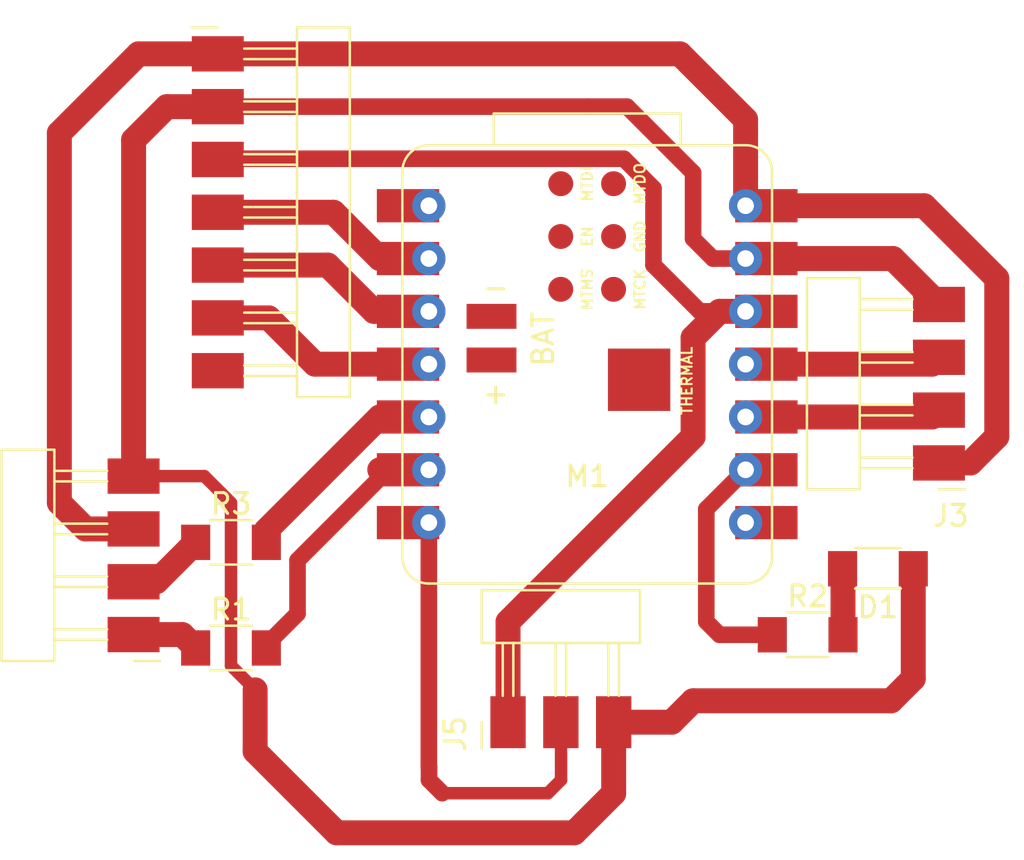
<source format=kicad_pcb>
(kicad_pcb (version 20240108) (generator "pcbnew") (generator_version "8.0")
  (layers (0 "F.Cu" signal) (31 "B.Cu" signal) (34 "B.Paste" user) (35 "F.Paste" user) (36 "B.SilkS" user "B.Silkscreen") (37 "F.SilkS" user "F.Silkscreen") (38 "B.Mask" user) (39 "F.Mask" user) (44 "Edge.Cuts" user))
  (net 0 "")
  (net 1 "Net-(D1-A)")
  (net 2 "PWR_GND")
  (net 3 "SCL")
  (net 4 "5V")
  (net 5 "SDA")
  (net 6 "D8")
  (net 7 "D2")
  (net 8 "D0")
  (net 9 "D9")
  (net 10 "D1")
  (net 11 "D3")
  (net 14 "D10")
  (net 15 "3.3V")
  (net 21 "Net-(J2-Pin_1)")
  (net 23 "SENAL")
  (net 26 "Net-(J1-Pin_1)")
  (net 27 "Net-(J1-Pin_2)")
  (footprint "fab:SeeedStudio_XIAO_ESP32C3" (layer "F.Cu") (at 144.765 87.315)
    (property "Reference" "M1" (at 0 5.39 0) (layer "F.SilkS"))
    (property "Value" "Module_XIAO-ESP32C3")
    (fp_line (start -8.8875 9.281) (end -8.8875 -9.261) (stroke (width 0.12)) (layer "F.SilkS"))
    (fp_line (start -7.6175 -10.531) (end 7.6225 -10.531) (stroke (width 0.12)) (layer "F.SilkS"))
    (fp_line (start 7.6225 10.551) (end -7.6175 10.551) (stroke (width 0.12)) (layer "F.SilkS"))
    (fp_line (start 8.8925 -9.261) (end 8.8925 9.281) (stroke (width 0.12)) (layer "F.SilkS"))
    (fp_rect (start -4.4975 -10.531) (end 4.5025 -12.055) (stroke (width 0.12)) (fill none) (layer "F.SilkS"))
    (fp_arc (start -8.8875 -9.261) (mid -8.515526 -10.159026) (end -7.6175 -10.531) (stroke (width 0.12)) (layer "F.SilkS"))
    (fp_arc (start -7.6175 10.551) (mid -8.515526 10.179026) (end -8.8875 9.281) (stroke (width 0.12)) (layer "F.SilkS"))
    (fp_arc (start 7.6225 -10.531) (mid 8.520526 -10.159026) (end 8.8925 -9.261) (stroke (width 0.12)) (layer "F.SilkS"))
    (fp_arc (start 8.8925 9.281) (mid 8.520526 10.179026) (end 7.6225 10.551) (stroke (width 0.12)) (layer "F.SilkS"))
    (fp_text user "-" (at -4.4 -3.7 0) (layer "F.SilkS"))
    (fp_text user "MTMS" (at 0 -3.6 90) (layer "F.SilkS") (effects (font (size 0.5 0.5) (thickness 0.1) (bold yes))))
    (fp_text user "MTCK" (at 2.54 -3.6 90) (layer "F.SilkS") (effects (font (size 0.5 0.5) (thickness 0.1) (bold yes))))
    (fp_text user "THERMAL" (at 4.8 0.8 90) (layer "F.SilkS") (effects (font (size 0.5 0.5) (thickness 0.1) (bold yes))))
    (fp_text user "BAT" (at -2.7 -1.2 90) (layer "F.SilkS") (effects (justify top)))
    (fp_text user "GND" (at 2.54 -6.14 90) (layer "F.SilkS") (effects (font (size 0.5 0.5) (thickness 0.1) (bold yes))))
    (fp_text user "MTDI" (at 0 -8.68 90) (layer "F.SilkS") (effects (font (size 0.5 0.5) (thickness 0.1) (bold yes))))
    (fp_text user "MTDO" (at 2.54 -8.68 90) (layer "F.SilkS") (effects (font (size 0.5 0.5) (thickness 0.1) (bold yes))))
    (fp_text user "+" (at -4.4 1.4 0) (layer "F.SilkS"))
    (fp_text user "EN" (at 0 -6.14 90) (layer "F.SilkS") (effects (font (size 0.5 0.5) (thickness 0.1) (bold yes))))
    (pad "1" thru_hole circle (at -7.615 -7.62) (size 1.6 1.6) (drill 0.8) (layers "*.Cu" "*.Mask") (net 8 "D0"))
    (pad "1" smd rect (at -7.615 -7.62) (size 3 1.6) (drill (offset -1 0)) (layers "F.Cu" "F.Paste" "F.Mask") (net 8 "D0"))
    (pad "2" thru_hole circle (at -7.615 -5.08) (size 1.6 1.6) (drill 0.8) (layers "*.Cu" "*.Mask") (net 10 "D1"))
    (pad "2" smd rect (at -7.615 -5.08) (size 3 1.6) (drill (offset -1 0)) (layers "F.Cu" "F.Paste" "F.Mask") (net 10 "D1"))
    (pad "3" thru_hole circle (at -7.615 -2.54) (size 1.6 1.6) (drill 0.8) (layers "*.Cu" "*.Mask") (net 7 "D2"))
    (pad "3" smd rect (at -7.615 -2.54) (size 3 1.6) (drill (offset -1 0)) (layers "F.Cu" "F.Paste" "F.Mask") (net 7 "D2"))
    (pad "4" thru_hole circle (at -7.615 0) (size 1.6 1.6) (drill 0.8) (layers "*.Cu" "*.Mask") (net 11 "D3"))
    (pad "4" smd rect (at -7.615 0) (size 3 1.6) (drill (offset -1 0)) (layers "F.Cu" "F.Paste" "F.Mask") (net 11 "D3"))
    (pad "5" thru_hole circle (at -7.615 2.54) (size 1.6 1.6) (drill 0.8) (layers "*.Cu" "*.Mask") (net 5 "SDA"))
    (pad "5" smd rect (at -7.615 2.54) (size 3 1.6) (drill (offset -1 0)) (layers "F.Cu" "F.Paste" "F.Mask") (net 5 "SDA"))
    (pad "6" thru_hole circle (at -7.615 5.08) (size 1.6 1.6) (drill 0.8) (layers "*.Cu" "*.Mask") (net 3 "SCL"))
    (pad "6" smd rect (at -7.615 5.08) (size 3 1.6) (drill (offset -1 0)) (layers "F.Cu" "F.Paste" "F.Mask") (net 3 "SCL"))
    (pad "7" thru_hole circle (at -7.615 7.62) (size 1.6 1.6) (drill 0.8) (layers "*.Cu" "*.Mask") (net 23 "SENAL"))
    (pad "7" smd rect (at -7.615 7.62) (size 3 1.6) (drill (offset -1 0)) (layers "F.Cu" "F.Paste" "F.Mask") (net 23 "SENAL"))
    (pad "8" thru_hole circle (at 7.62 7.62) (size 1.6 1.6) (drill 0.8) (layers "*.Cu" "*.Mask"))
    (pad "8" smd rect (at 7.62 7.62) (size 3 1.6) (drill (offset 1 0)) (layers "F.Cu" "F.Paste" "F.Mask"))
    (pad "9" thru_hole circle (at 7.62 5.08) (size 1.6 1.6) (drill 0.8) (layers "*.Cu" "*.Mask") (net 6 "D8"))
    (pad "9" smd rect (at 7.62 5.08) (size 3 1.6) (drill (offset 1 0)) (layers "F.Cu" "F.Paste" "F.Mask") (net 6 "D8"))
    (pad "10" thru_hole circle (at 7.62 2.54) (size 1.6 1.6) (drill 0.8) (layers "*.Cu" "*.Mask") (net 9 "D9"))
    (pad "10" smd rect (at 7.62 2.54) (size 3 1.6) (drill (offset 1 0)) (layers "F.Cu" "F.Paste" "F.Mask") (net 9 "D9"))
    (pad "11" thru_hole circle (at 7.62 0) (size 1.6 1.6) (drill 0.8) (layers "*.Cu" "*.Mask") (net 14 "D10"))
    (pad "11" smd rect (at 7.62 0) (size 3 1.6) (drill (offset 1 0)) (layers "F.Cu" "F.Paste" "F.Mask") (net 14 "D10"))
    (pad "12" thru_hole circle (at 7.62 -2.54) (size 1.6 1.6) (drill 0.8) (layers "*.Cu" "*.Mask") (net 15 "3.3V"))
    (pad "12" smd rect (at 7.62 -2.54) (size 3 1.6) (drill (offset 1 0)) (layers "F.Cu" "F.Paste" "F.Mask") (net 15 "3.3V"))
    (pad "13" thru_hole circle (at 7.62 -5.08) (size 1.6 1.6) (drill 0.8) (layers "*.Cu" "*.Mask") (net 2 "PWR_GND"))
    (pad "13" smd rect (at 7.62 -5.08) (size 3 1.6) (drill (offset 1 0)) (layers "F.Cu" "F.Paste" "F.Mask") (net 2 "PWR_GND"))
    (pad "14" thru_hole circle (at 7.62 -7.62) (size 1.6 1.6) (drill 0.8) (layers "*.Cu" "*.Mask") (net 4 "5V"))
    (pad "14" smd rect (at 7.62 -7.62) (size 3 1.6) (drill (offset 1 0)) (layers "F.Cu" "F.Paste" "F.Mask") (net 4 "5V"))
    (pad "15" smd rect (at -4.6 -2.3) (size 2.4 1.2) (layers "F.Cu" "F.Paste" "F.Mask"))
    (pad "16" smd rect (at -4.6 -0.2) (size 2.4 1.2) (layers "F.Cu" "F.Paste" "F.Mask") (net 21 "Net-(J2-Pin_1)"))
    (pad "17" smd circle (at -1.27 -8.68) (size 1.2 1.2) (layers "F.Cu" "F.Paste" "F.Mask"))
    (pad "18" smd circle (at -1.27 -6.14) (size 1.2 1.2) (layers "F.Cu" "F.Paste" "F.Mask"))
    (pad "19" smd circle (at -1.27 -3.6) (size 1.2 1.2) (layers "F.Cu" "F.Paste" "F.Mask"))
    (pad "20" smd circle (at 1.27 -3.6) (size 1.2 1.2) (layers "F.Cu" "F.Paste" "F.Mask"))
    (pad "21" smd circle (at 1.27 -6.14) (size 1.2 1.2) (layers "F.Cu" "F.Paste" "F.Mask"))
    (pad "22" smd circle (at 1.27 -8.68) (size 1.2 1.2) (layers "F.Cu" "F.Paste" "F.Mask"))
    (pad "23" smd rect (at 2.5 0.75) (size 3 3) (layers "F.Cu" "F.Paste" "F.Mask"))
  )
  (footprint "fab:PinHeader_1x04_P2.54mm_Horizontal_SMD" (layer "F.Cu") (at 161.685 92.065 180)
    (property "Reference" "J3" (at -1.524 -2.54 180) (layer "F.SilkS") (effects (justify right)))
    (property "Value" "RELAY 2 CANAL")
    (fp_line (start 6.35 8.89) (end 3.81 8.89) (stroke (width 0.12)) (layer "F.SilkS"))
    (fp_line (start 6.35 -1.27) (end 6.35 8.89) (stroke (width 0.12)) (layer "F.SilkS"))
    (fp_line (start 3.81 8.89) (end 3.81 -1.27) (stroke (width 0.12)) (layer "F.SilkS"))
    (fp_line (start 3.81 7.874) (end 1.27 7.874) (stroke (width 0.12)) (layer "F.SilkS"))
    (fp_line (start 3.81 7.366) (end 1.27 7.366) (stroke (width 0.12)) (layer "F.SilkS"))
    (fp_line (start 3.81 5.334) (end 1.27 5.334) (stroke (width 0.12)) (layer "F.SilkS"))
    (fp_line (start 3.81 4.826) (end 1.27 4.826) (stroke (width 0.12)) (layer "F.SilkS"))
    (fp_line (start 3.81 2.794) (end 1.27 2.794) (stroke (width 0.12)) (layer "F.SilkS"))
    (fp_line (start 3.81 2.286) (end 1.27 2.286) (stroke (width 0.12)) (layer "F.SilkS"))
    (fp_line (start 3.81 0.254) (end 1.27 0.254) (stroke (width 0.12)) (layer "F.SilkS"))
    (fp_line (start 3.81 -0.254) (end 1.27 -0.254) (stroke (width 0.12)) (layer "F.SilkS"))
    (fp_line (start 3.81 -1.27) (end 6.35 -1.27) (stroke (width 0.12)) (layer "F.SilkS"))
    (fp_line (start -1.27 -1.27) (end 0 -1.27) (stroke (width 0.12)) (layer "F.SilkS"))
    (pad "1" smd rect (at 0 0 180) (size 2.5 1.7) (layers "F.Cu" "F.Paste" "F.Mask") (net 4 "5V"))
    (pad "2" smd rect (at 0 2.54 180) (size 2.5 1.7) (layers "F.Cu" "F.Paste" "F.Mask") (net 9 "D9"))
    (pad "3" smd rect (at 0 5.08 180) (size 2.5 1.7) (layers "F.Cu" "F.Paste" "F.Mask") (net 14 "D10"))
    (pad "4" smd rect (at 0 7.62 180) (size 2.5 1.7) (layers "F.Cu" "F.Paste" "F.Mask") (net 2 "PWR_GND"))
  )
  (footprint "fab:PinHeader_1x04_P2.54mm_Horizontal_SMD" (layer "F.Cu") (at 122.95 100.32 180)
    (property "Reference" "J1" (hide yes))
    (property "Value" "LCD")
    (fp_line (start 6.35 8.89) (end 3.81 8.89) (stroke (width 0.12)) (layer "F.SilkS"))
    (fp_line (start 6.35 -1.27) (end 6.35 8.89) (stroke (width 0.12)) (layer "F.SilkS"))
    (fp_line (start 3.81 8.89) (end 3.81 -1.27) (stroke (width 0.12)) (layer "F.SilkS"))
    (fp_line (start 3.81 7.874) (end 1.27 7.874) (stroke (width 0.12)) (layer "F.SilkS"))
    (fp_line (start 3.81 7.366) (end 1.27 7.366) (stroke (width 0.12)) (layer "F.SilkS"))
    (fp_line (start 3.81 5.334) (end 1.27 5.334) (stroke (width 0.12)) (layer "F.SilkS"))
    (fp_line (start 3.81 4.826) (end 1.27 4.826) (stroke (width 0.12)) (layer "F.SilkS"))
    (fp_line (start 3.81 2.794) (end 1.27 2.794) (stroke (width 0.12)) (layer "F.SilkS"))
    (fp_line (start 3.81 2.286) (end 1.27 2.286) (stroke (width 0.12)) (layer "F.SilkS"))
    (fp_line (start 3.81 0.254) (end 1.27 0.254) (stroke (width 0.12)) (layer "F.SilkS"))
    (fp_line (start 3.81 -0.254) (end 1.27 -0.254) (stroke (width 0.12)) (layer "F.SilkS"))
    (fp_line (start 3.81 -1.27) (end 6.35 -1.27) (stroke (width 0.12)) (layer "F.SilkS"))
    (fp_line (start -1.27 -1.27) (end 0 -1.27) (stroke (width 0.12)) (layer "F.SilkS"))
    (pad "1" smd rect (at 0 0 180) (size 2.5 1.7) (layers "F.Cu" "F.Paste" "F.Mask") (net 26 "Net-(J1-Pin_1)"))
    (pad "2" smd rect (at 0 2.54 180) (size 2.5 1.7) (layers "F.Cu" "F.Paste" "F.Mask") (net 27 "Net-(J1-Pin_2)"))
    (pad "3" smd rect (at 0 5.08 180) (size 2.5 1.7) (layers "F.Cu" "F.Paste" "F.Mask") (net 4 "5V"))
    (pad "4" smd rect (at 0 7.62 180) (size 2.5 1.7) (layers "F.Cu" "F.Paste" "F.Mask") (net 2 "PWR_GND"))
  )
  (footprint "fab:R_1206" (layer "F.Cu") (at 127.635 100.965)
    (property "Reference" "R1" (at 0 -1.85 0) (layer "F.SilkS"))
    (property "Value" "R_1206" (hide yes))
    (fp_line (start -1 -1.07) (end 1 -1.07) (stroke (width 0.12)) (layer "F.SilkS"))
    (fp_line (start 1 1.07) (end -1 1.07) (stroke (width 0.12)) (layer "F.SilkS"))
    (pad "1" smd rect (at -1.7 0) (size 1.4 1.7) (layers "F.Cu" "F.Paste" "F.Mask") (net 26 "Net-(J1-Pin_1)"))
    (pad "2" smd rect (at 1.7 0) (size 1.4 1.7) (layers "F.Cu" "F.Paste" "F.Mask") (net 3 "SCL"))
  )
  (footprint "fab:PinHeader_1x03_P2.54mm_Horizontal_SMD" (layer "F.Cu") (at 140.96 104.535 90)
    (property "Reference" "J5" (at -1.524 -2.54 270) (layer "F.SilkS") (effects (justify left)))
    (property "Value" "DTH11")
    (fp_line (start 6.35 -1.27) (end 6.35 6.35) (stroke (width 0.12)) (layer "F.SilkS"))
    (fp_line (start 3.81 -1.27) (end 6.35 -1.27) (stroke (width 0.12)) (layer "F.SilkS"))
    (fp_line (start -1.27 -1.27) (end 0 -1.27) (stroke (width 0.12)) (layer "F.SilkS"))
    (fp_line (start 3.81 -0.254) (end 1.27 -0.254) (stroke (width 0.12)) (layer "F.SilkS"))
    (fp_line (start 3.81 0.254) (end 1.27 0.254) (stroke (width 0.12)) (layer "F.SilkS"))
    (fp_line (start 3.81 2.286) (end 1.27 2.286) (stroke (width 0.12)) (layer "F.SilkS"))
    (fp_line (start 3.81 2.794) (end 1.27 2.794) (stroke (width 0.12)) (layer "F.SilkS"))
    (fp_line (start 3.81 4.826) (end 1.27 4.826) (stroke (width 0.12)) (layer "F.SilkS"))
    (fp_line (start 3.81 5.334) (end 1.27 5.334) (stroke (width 0.12)) (layer "F.SilkS"))
    (fp_line (start 6.35 6.35) (end 3.81 6.35) (stroke (width 0.12)) (layer "F.SilkS"))
    (fp_line (start 3.81 6.35) (end 3.81 -1.27) (stroke (width 0.12)) (layer "F.SilkS"))
    (pad "1" smd rect (at 0 0 90) (size 2.5 1.7) (layers "F.Cu" "F.Paste" "F.Mask") (net 15 "3.3V"))
    (pad "2" smd rect (at 0 2.54 90) (size 2.5 1.7) (layers "F.Cu" "F.Paste" "F.Mask") (net 23 "SENAL"))
    (pad "3" smd rect (at 0 5.08 90) (size 2.5 1.7) (layers "F.Cu" "F.Paste" "F.Mask") (net 2 "PWR_GND"))
  )
  (footprint "fab:PinHeader_1x07_P2.54mm_Horizontal_SMD" (layer "F.Cu") (at 127 72.39)
    (property "Reference" "J4" (hide yes))
    (property "Value" "Conn_PinHeader_1x07_P2.54mm_Horizontal_SMD" (hide yes))
    (fp_line (start -1.27 -1.27) (end 0 -1.27) (stroke (width 0.12)) (layer "F.SilkS"))
    (fp_line (start 3.81 -1.27) (end 6.35 -1.27) (stroke (width 0.12)) (layer "F.SilkS"))
    (fp_line (start 3.81 -0.254) (end 1.27 -0.254) (stroke (width 0.12)) (layer "F.SilkS"))
    (fp_line (start 3.81 0.254) (end 1.27 0.254) (stroke (width 0.12)) (layer "F.SilkS"))
    (fp_line (start 3.81 2.286) (end 1.27 2.286) (stroke (width 0.12)) (layer "F.SilkS"))
    (fp_line (start 3.81 2.794) (end 1.27 2.794) (stroke (width 0.12)) (layer "F.SilkS"))
    (fp_line (start 3.81 4.826) (end 1.27 4.826) (stroke (width 0.12)) (layer "F.SilkS"))
    (fp_line (start 3.81 5.334) (end 1.27 5.334) (stroke (width 0.12)) (layer "F.SilkS"))
    (fp_line (start 3.81 7.366) (end 1.27 7.366) (stroke (width 0.12)) (layer "F.SilkS"))
    (fp_line (start 3.81 7.874) (end 1.27 7.874) (stroke (width 0.12)) (layer "F.SilkS"))
    (fp_line (start 3.81 9.906) (end 1.27 9.906) (stroke (width 0.12)) (layer "F.SilkS"))
    (fp_line (start 3.81 10.414) (end 1.27 10.414) (stroke (width 0.12)) (layer "F.SilkS"))
    (fp_line (start 3.81 12.446) (end 1.27 12.446) (stroke (width 0.12)) (layer "F.SilkS"))
    (fp_line (start 3.81 12.954) (end 1.27 12.954) (stroke (width 0.12)) (layer "F.SilkS"))
    (fp_line (start 3.81 14.986) (end 1.27 14.986) (stroke (width 0.12)) (layer "F.SilkS"))
    (fp_line (start 3.81 15.494) (end 1.27 15.494) (stroke (width 0.12)) (layer "F.SilkS"))
    (fp_line (start 3.81 16.51) (end 3.81 -1.27) (stroke (width 0.12)) (layer "F.SilkS"))
    (fp_line (start 6.35 -1.27) (end 6.35 16.51) (stroke (width 0.12)) (layer "F.SilkS"))
    (fp_line (start 6.35 16.51) (end 3.81 16.51) (stroke (width 0.12)) (layer "F.SilkS"))
    (pad "1" smd rect (at 0 0) (size 2.5 1.7) (layers "F.Cu" "F.Paste" "F.Mask") (net 4 "5V"))
    (pad "2" smd rect (at 0 2.54) (size 2.5 1.7) (layers "F.Cu" "F.Paste" "F.Mask") (net 2 "PWR_GND"))
    (pad "3" smd rect (at 0 5.08) (size 2.5 1.7) (layers "F.Cu" "F.Paste" "F.Mask") (net 15 "3.3V"))
    (pad "4" smd rect (at 0 7.62) (size 2.5 1.7) (layers "F.Cu" "F.Paste" "F.Mask") (net 10 "D1"))
    (pad "5" smd rect (at 0 10.16) (size 2.5 1.7) (layers "F.Cu" "F.Paste" "F.Mask") (net 7 "D2"))
    (pad "6" smd rect (at 0 12.7) (size 2.5 1.7) (layers "F.Cu" "F.Paste" "F.Mask") (net 11 "D3"))
    (pad "7" smd rect (at 0 15.24) (size 2.5 1.7) (layers "F.Cu" "F.Paste" "F.Mask"))
  )
  (footprint "fab:LED_1206" (layer "F.Cu") (at 158.75 97.155 180)
    (property "Reference" "D1" (at 0 -1.85 180) (layer "F.SilkS"))
    (property "Value" "LED_1206")
    (fp_line (start -1.1 1) (end 1.1 1) (stroke (width 0.12)) (layer "F.SilkS"))
    (fp_line (start -1.1 -0.95) (end 1.1 -0.95) (stroke (width 0.12)) (layer "F.SilkS"))
    (pad "1" smd rect (at -1.7 0 180) (size 1.4 1.7) (layers "F.Cu" "F.Paste" "F.Mask") (net 2 "PWR_GND"))
    (pad "2" smd rect (at 1.7 0 180) (size 1.4 1.7) (layers "F.Cu" "F.Paste" "F.Mask") (net 1 "Net-(D1-A)"))
  )
  (footprint "fab:R_1206" (layer "F.Cu") (at 155.37 100.33)
    (property "Reference" "R2" (at 0 -1.85 360) (layer "F.SilkS"))
    (property "Value" "R_1206")
    (fp_line (start -1 -1.07) (end 1 -1.07) (stroke (width 0.12)) (layer "F.SilkS"))
    (fp_line (start 1 1.07) (end -1 1.07) (stroke (width 0.12)) (layer "F.SilkS"))
    (pad "1" smd rect (at -1.7 0) (size 1.4 1.7) (layers "F.Cu" "F.Paste" "F.Mask") (net 6 "D8"))
    (pad "2" smd rect (at 1.7 0) (size 1.4 1.7) (layers "F.Cu" "F.Paste" "F.Mask") (net 1 "Net-(D1-A)"))
  )
  (footprint "fab:R_1206" (layer "F.Cu") (at 127.635 95.885)
    (property "Reference" "R3" (at 0 -1.85 0) (layer "F.SilkS"))
    (property "Value" "R_1206")
    (fp_line (start -1 -1.07) (end 1 -1.07) (stroke (width 0.12)) (layer "F.SilkS"))
    (fp_line (start 1 1.07) (end -1 1.07) (stroke (width 0.12)) (layer "F.SilkS"))
    (pad "1" smd rect (at -1.7 0) (size 1.4 1.7) (layers "F.Cu" "F.Paste" "F.Mask") (net 27 "Net-(J1-Pin_2)"))
    (pad "2" smd rect (at 1.7 0) (size 1.4 1.7) (layers "F.Cu" "F.Paste" "F.Mask") (net 5 "SDA"))
  )
  (segment (start 157.07 97.175) (end 157.05 97.155) (width 1.2) (layer "F.Cu") (net 1))
  (segment (start 157.07 100.33) (end 157.07 97.175) (width 1.2) (layer "F.Cu") (net 1))
  (segment (start 160.45 97.155) (end 160.45 102.44) (width 1.2) (layer "F.Cu") (net 2))
  (segment (start 150.815 82.235) (end 149.86 81.28) (width 0.8) (layer "F.Cu") (net 2))
  (segment (start 122.95 92.7) (end 122.95 76.53) (width 1.2) (layer "F.Cu") (net 2))
  (segment (start 122.95 76.53) (end 124.55 74.93) (width 1.2) (layer "F.Cu") (net 2))
  (segment (start 128.7975 105.9375) (end 128.7975 102.9775) (width 1.2) (layer "F.Cu") (net 2))
  (segment (start 132.715 109.855) (end 128.7975 105.9375) (width 1.2) (layer "F.Cu") (net 2))
  (segment (start 146.04 107.96) (end 144.145 109.855) (width 1.2) (layer "F.Cu") (net 2))
  (segment (start 146.04 104.535) (end 146.04 107.96) (width 1.2) (layer "F.Cu") (net 2))
  (segment (start 124.55 74.93) (end 127 74.93) (width 1.2) (layer "F.Cu") (net 2))
  (segment (start 126.355 92.7) (end 122.95 92.7) (width 0.6) (layer "F.Cu") (net 2))
  (segment (start 144.78 74.93) (end 127 74.93) (width 0.8) (layer "F.Cu") (net 2))
  (segment (start 146.04 104.535) (end 148.83 104.535) (width 1.2) (layer "F.Cu") (net 2))
  (segment (start 160.45 102.44) (end 159.385 103.505) (width 1.2) (layer "F.Cu") (net 2))
  (segment (start 159.475 82.235) (end 152.385 82.235) (width 1.2) (layer "F.Cu") (net 2))
  (segment (start 161.685 84.445) (end 159.475 82.235) (width 1.2) (layer "F.Cu") (net 2))
  (segment (start 127.635 101.815) (end 128.7975 102.9775) (width 0.6) (layer "F.Cu") (net 2))
  (segment (start 144.145 109.855) (end 132.715 109.855) (width 1.2) (layer "F.Cu") (net 2))
  (segment (start 146.685 74.93) (end 144.78 74.93) (width 0.8) (layer "F.Cu") (net 2))
  (segment (start 148.83 104.535) (end 149.86 103.505) (width 1.2) (layer "F.Cu") (net 2))
  (segment (start 127.635 93.98) (end 127.635 101.815) (width 0.6) (layer "F.Cu") (net 2))
  (segment (start 152.385 82.235) (end 150.815 82.235) (width 0.8) (layer "F.Cu") (net 2))
  (segment (start 127.635 93.98) (end 126.355 92.7) (width 0.6) (layer "F.Cu") (net 2))
  (segment (start 149.86 81.28) (end 149.86 78.105) (width 0.8) (layer "F.Cu") (net 2))
  (segment (start 159.385 103.505) (end 149.86 103.505) (width 1.2) (layer "F.Cu") (net 2))
  (segment (start 149.86 78.105) (end 146.685 74.93) (width 0.8) (layer "F.Cu") (net 2))
  (segment (start 130.835 96.75) (end 135.19 92.395) (width 0.8) (layer "F.Cu") (net 3))
  (segment (start 129.335 100.815) (end 130.835 99.315) (width 0.8) (layer "F.Cu") (net 3))
  (segment (start 135.19 92.395) (end 137.15 92.395) (width 0.8) (layer "F.Cu") (net 3))
  (segment (start 130.835 99.315) (end 130.835 96.75) (width 0.8) (layer "F.Cu") (net 3))
  (segment (start 134.79 92.395) (end 137.15 92.395) (width 1.2) (layer "F.Cu") (net 3))
  (segment (start 129.335 100.965) (end 129.335 100.815) (width 0.8) (layer "F.Cu") (net 3))
  (segment (start 164.465 90.805) (end 163.205 92.065) (width 1.2) (layer "F.Cu") (net 4))
  (segment (start 152.385 79.695) (end 160.975 79.695) (width 1.2) (layer "F.Cu") (net 4))
  (segment (start 152.385 75.55) (end 149.225 72.39) (width 1.2) (layer "F.Cu") (net 4))
  (segment (start 163.205 92.065) (end 161.685 92.065) (width 1.2) (layer "F.Cu") (net 4))
  (segment (start 119.38 93.98) (end 119.38 76.2) (width 1.2) (layer "F.Cu") (net 4))
  (segment (start 149.225 72.39) (end 127 72.39) (width 1.2) (layer "F.Cu") (net 4))
  (segment (start 152.385 79.695) (end 152.385 75.55) (width 1.2) (layer "F.Cu") (net 4))
  (segment (start 122.95 95.24) (end 120.64 95.24) (width 1.2) (layer "F.Cu") (net 4))
  (segment (start 164.465 83.185) (end 164.465 90.805) (width 1.2) (layer "F.Cu") (net 4))
  (segment (start 119.38 76.2) (end 123.19 72.39) (width 1.2) (layer "F.Cu") (net 4))
  (segment (start 120.64 95.24) (end 119.38 93.98) (width 1.2) (layer "F.Cu") (net 4))
  (segment (start 123.19 72.39) (end 127 72.39) (width 1.2) (layer "F.Cu") (net 4))
  (segment (start 160.975 79.695) (end 164.465 83.185) (width 1.2) (layer "F.Cu") (net 4))
  (segment (start 134.79 89.855) (end 137.15 89.855) (width 1.2) (layer "F.Cu") (net 5))
  (segment (start 129.335 95.885) (end 129.335 95.31) (width 1.2) (layer "F.Cu") (net 5))
  (segment (start 129.335 95.31) (end 134.79 89.855) (width 1.2) (layer "F.Cu") (net 5))
  (segment (start 150.495 94.285) (end 150.495 99.695) (width 0.8) (layer "F.Cu") (net 6))
  (segment (start 151.13 100.33) (end 153.67 100.33) (width 0.8) (layer "F.Cu") (net 6))
  (segment (start 150.495 99.695) (end 151.13 100.33) (width 0.8) (layer "F.Cu") (net 6))
  (segment (start 154.345 92.395) (end 152.385 92.395) (width 0.8) (layer "F.Cu") (net 6))
  (segment (start 152.385 92.395) (end 150.495 94.285) (width 0.8) (layer "F.Cu") (net 6))
  (segment (start 134.512944 84.775) (end 137.15 84.775) (width 1.2) (layer "F.Cu") (net 7))
  (segment (start 127 82.55) (end 132.287944 82.55) (width 1.2) (layer "F.Cu") (net 7))
  (segment (start 132.287944 82.55) (end 134.512944 84.775) (width 1.2) (layer "F.Cu") (net 7))
  (segment (start 161.355 89.855) (end 161.685 89.525) (width 1.2) (layer "F.Cu") (net 9))
  (segment (start 161.925 89.535) (end 162.24 89.85) (width 0.8) (layer "F.Cu") (net 9))
  (segment (start 152.385 89.855) (end 161.355 89.855) (width 1.2) (layer "F.Cu") (net 9))
  (segment (start 132.565 80.01) (end 134.79 82.235) (width 1.2) (layer "F.Cu") (net 10))
  (segment (start 127 80.01) (end 132.565 80.01) (width 1.2) (layer "F.Cu") (net 10))
  (segment (start 134.79 82.235) (end 137.15 82.235) (width 1.2) (layer "F.Cu") (net 10))
  (segment (start 129.45 85.09) (end 131.675 87.315) (width 1.2) (layer "F.Cu") (net 11))
  (segment (start 134.62 87.315) (end 137.15 87.315) (width 0.8) (layer "F.Cu") (net 11))
  (segment (start 133.67 87.315) (end 134.62 87.315) (width 0.8) (layer "F.Cu") (net 11))
  (segment (start 131.675 87.315) (end 134.62 87.315) (width 1.2) (layer "F.Cu") (net 11))
  (segment (start 127 85.09) (end 129.45 85.09) (width 1.2) (layer "F.Cu") (net 11))
  (segment (start 161.925 86.995) (end 162.24 87.31) (width 0.8) (layer "F.Cu") (net 14))
  (segment (start 152.385 87.315) (end 161.355 87.315) (width 1.2) (layer "F.Cu") (net 14))
  (segment (start 161.355 87.315) (end 161.685 86.985) (width 1.2) (layer "F.Cu") (net 14))
  (segment (start 140.96 104.535) (end 140.96 99.705) (width 1.2) (layer "F.Cu") (net 15))
  (segment (start 140.96 99.705) (end 149.86 90.805) (width 1.2) (layer "F.Cu") (net 15))
  (segment (start 151.13 84.775) (end 152.385 84.775) (width 1.2) (layer "F.Cu") (net 15))
  (segment (start 149.86 90.805) (end 149.86 86.045) (width 1.2) (layer "F.Cu") (net 15))
  (segment (start 150.18 84.775) (end 147.955 82.55) (width 0.8) (layer "F.Cu") (net 15))
  (segment (start 147.955 82.55) (end 147.955 78.857943) (width 0.8) (layer "F.Cu") (net 15))
  (segment (start 149.86 86.045) (end 151.13 84.775) (width 1.2) (layer "F.Cu") (net 15))
  (segment (start 152.385 84.775) (end 150.18 84.775) (width 0.8) (layer "F.Cu") (net 15))
  (segment (start 147.955 78.857943) (end 146.532057 77.435) (width 0.8) (layer "F.Cu") (net 15))
  (segment (start 146.532057 77.435) (end 127.035 77.435) (width 0.8) (layer "F.Cu") (net 15))
  (segment (start 142.875 107.95) (end 137.795 107.95) (width 0.6) (layer "F.Cu") (net 23))
  (segment (start 137.15 106.67) (end 137.16 106.68) (width 0.8) (layer "F.Cu") (net 23))
  (segment (start 137.16 107.315) (end 137.795 107.95) (width 0.8) (layer "F.Cu") (net 23))
  (segment (start 143.5 104.535) (end 143.5 104.935) (width 0.6) (layer "F.Cu") (net 23))
  (segment (start 137.16 106.68) (end 137.16 107.315) (width 0.8) (layer "F.Cu") (net 23))
  (segment (start 137.15 94.935) (end 137.15 106.67) (width 0.8) (layer "F.Cu") (net 23))
  (segment (start 143.5 104.935) (end 143.51 104.945) (width 0.6) (layer "F.Cu") (net 23))
  (segment (start 143.51 104.945) (end 143.51 107.315) (width 0.6) (layer "F.Cu") (net 23))
  (segment (start 143.51 107.315) (end 142.875 107.95) (width 0.6) (layer "F.Cu") (net 23))
  (segment (start 125.29 100.32) (end 125.935 100.965) (width 1.2) (layer "F.Cu") (net 26))
  (segment (start 122.95 100.32) (end 125.29 100.32) (width 1.2) (layer "F.Cu") (net 26))
  (segment (start 122.95 97.78) (end 124.04 97.78) (width 1.2) (layer "F.Cu") (net 27))
  (segment (start 124.04 97.78) (end 125.935 95.885) (width 1.2) (layer "F.Cu") (net 27))
)
</source>
